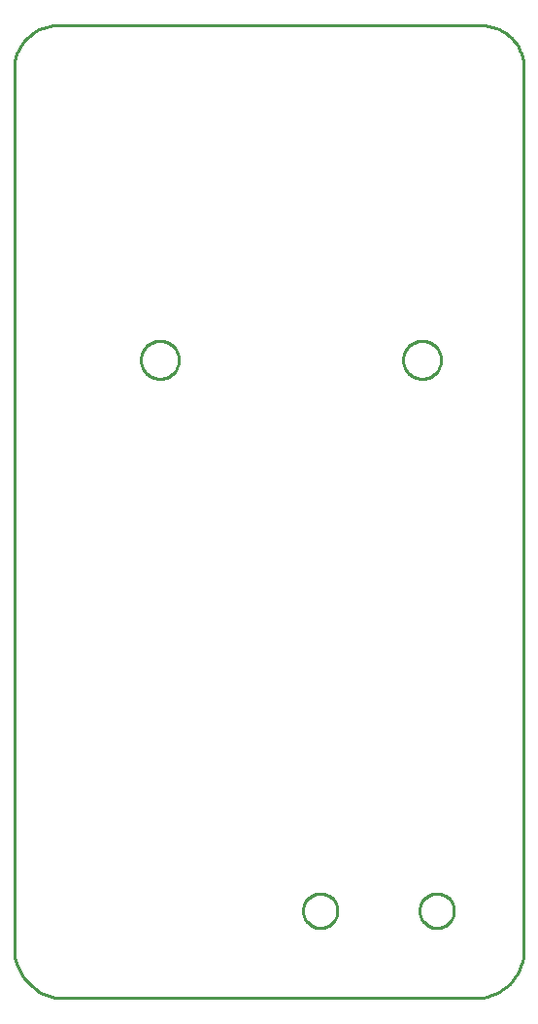
<source format=gbr>
G04 EAGLE Gerber RS-274X export*
G75*
%MOMM*%
%FSLAX34Y34*%
%LPD*%
%IN*%
%IPPOS*%
%AMOC8*
5,1,8,0,0,1.08239X$1,22.5*%
G01*
%ADD10C,0.254000*%


D10*
X0Y43360D02*
X165Y39581D01*
X659Y35831D01*
X1477Y32138D01*
X2615Y28530D01*
X4063Y25036D01*
X5809Y21680D01*
X7842Y18490D01*
X10144Y15489D01*
X12700Y12700D01*
X15489Y10144D01*
X18490Y7842D01*
X21680Y5809D01*
X25036Y4063D01*
X28530Y2615D01*
X32138Y1477D01*
X35831Y659D01*
X39581Y165D01*
X43360Y0D01*
X401281Y0D01*
X405031Y164D01*
X408752Y654D01*
X412415Y1466D01*
X415995Y2594D01*
X419462Y4031D01*
X422791Y5763D01*
X425956Y7780D01*
X428933Y10064D01*
X431700Y12600D01*
X434236Y15367D01*
X436520Y18344D01*
X438537Y21509D01*
X440269Y24838D01*
X441706Y28305D01*
X442834Y31885D01*
X443646Y35548D01*
X444136Y39269D01*
X444300Y43019D01*
X444300Y810370D01*
X444158Y813615D01*
X443734Y816835D01*
X443031Y820006D01*
X442055Y823104D01*
X440812Y826104D01*
X439312Y828985D01*
X437567Y831724D01*
X435590Y834301D01*
X433396Y836696D01*
X431001Y838890D01*
X428424Y840867D01*
X425685Y842612D01*
X422804Y844112D01*
X419804Y845355D01*
X416706Y846331D01*
X413535Y847034D01*
X410315Y847458D01*
X407070Y847600D01*
X37552Y847600D01*
X34279Y847457D01*
X31031Y847030D01*
X27833Y846320D01*
X24708Y845335D01*
X21682Y844082D01*
X18776Y842569D01*
X16013Y840809D01*
X13414Y838815D01*
X10999Y836601D01*
X8786Y834186D01*
X6791Y831587D01*
X5031Y828824D01*
X3518Y825918D01*
X2265Y822892D01*
X1280Y819767D01*
X571Y816569D01*
X143Y813321D01*
X0Y810048D01*
X0Y43360D01*
X251700Y76736D02*
X251776Y77804D01*
X251929Y78865D01*
X252157Y79912D01*
X252459Y80940D01*
X252833Y81944D01*
X253278Y82919D01*
X253792Y83859D01*
X254371Y84760D01*
X255013Y85618D01*
X255715Y86428D01*
X256472Y87185D01*
X257282Y87887D01*
X258140Y88529D01*
X259041Y89108D01*
X259981Y89622D01*
X260956Y90067D01*
X261960Y90441D01*
X262988Y90743D01*
X264035Y90971D01*
X265096Y91124D01*
X266164Y91200D01*
X267236Y91200D01*
X268304Y91124D01*
X269365Y90971D01*
X270412Y90743D01*
X271440Y90441D01*
X272444Y90067D01*
X273419Y89622D01*
X274359Y89108D01*
X275260Y88529D01*
X276118Y87887D01*
X276928Y87185D01*
X277685Y86428D01*
X278387Y85618D01*
X279029Y84760D01*
X279608Y83859D01*
X280122Y82919D01*
X280567Y81944D01*
X280941Y80940D01*
X281243Y79912D01*
X281471Y78865D01*
X281624Y77804D01*
X281700Y76736D01*
X281700Y75664D01*
X281624Y74596D01*
X281471Y73535D01*
X281243Y72488D01*
X280941Y71460D01*
X280567Y70456D01*
X280122Y69481D01*
X279608Y68541D01*
X279029Y67640D01*
X278387Y66782D01*
X277685Y65972D01*
X276928Y65215D01*
X276118Y64513D01*
X275260Y63871D01*
X274359Y63292D01*
X273419Y62778D01*
X272444Y62333D01*
X271440Y61959D01*
X270412Y61657D01*
X269365Y61429D01*
X268304Y61276D01*
X267236Y61200D01*
X266164Y61200D01*
X265096Y61276D01*
X264035Y61429D01*
X262988Y61657D01*
X261960Y61959D01*
X260956Y62333D01*
X259981Y62778D01*
X259041Y63292D01*
X258140Y63871D01*
X257282Y64513D01*
X256472Y65215D01*
X255715Y65972D01*
X255013Y66782D01*
X254371Y67640D01*
X253792Y68541D01*
X253278Y69481D01*
X252833Y70456D01*
X252459Y71460D01*
X252157Y72488D01*
X251929Y73535D01*
X251776Y74596D01*
X251700Y75664D01*
X251700Y76736D01*
X353300Y76736D02*
X353376Y77804D01*
X353529Y78865D01*
X353757Y79912D01*
X354059Y80940D01*
X354433Y81944D01*
X354878Y82919D01*
X355392Y83859D01*
X355971Y84760D01*
X356613Y85618D01*
X357315Y86428D01*
X358072Y87185D01*
X358882Y87887D01*
X359740Y88529D01*
X360641Y89108D01*
X361581Y89622D01*
X362556Y90067D01*
X363560Y90441D01*
X364588Y90743D01*
X365635Y90971D01*
X366696Y91124D01*
X367764Y91200D01*
X368836Y91200D01*
X369904Y91124D01*
X370965Y90971D01*
X372012Y90743D01*
X373040Y90441D01*
X374044Y90067D01*
X375019Y89622D01*
X375959Y89108D01*
X376860Y88529D01*
X377718Y87887D01*
X378528Y87185D01*
X379285Y86428D01*
X379987Y85618D01*
X380629Y84760D01*
X381208Y83859D01*
X381722Y82919D01*
X382167Y81944D01*
X382541Y80940D01*
X382843Y79912D01*
X383071Y78865D01*
X383224Y77804D01*
X383300Y76736D01*
X383300Y75664D01*
X383224Y74596D01*
X383071Y73535D01*
X382843Y72488D01*
X382541Y71460D01*
X382167Y70456D01*
X381722Y69481D01*
X381208Y68541D01*
X380629Y67640D01*
X379987Y66782D01*
X379285Y65972D01*
X378528Y65215D01*
X377718Y64513D01*
X376860Y63871D01*
X375959Y63292D01*
X375019Y62778D01*
X374044Y62333D01*
X373040Y61959D01*
X372012Y61657D01*
X370965Y61429D01*
X369904Y61276D01*
X368836Y61200D01*
X367764Y61200D01*
X366696Y61276D01*
X365635Y61429D01*
X364588Y61657D01*
X363560Y61959D01*
X362556Y62333D01*
X361581Y62778D01*
X360641Y63292D01*
X359740Y63871D01*
X358882Y64513D01*
X358072Y65215D01*
X357315Y65972D01*
X356613Y66782D01*
X355971Y67640D01*
X355392Y68541D01*
X354878Y69481D01*
X354433Y70456D01*
X354059Y71460D01*
X353757Y72488D01*
X353529Y73535D01*
X353376Y74596D01*
X353300Y75664D01*
X353300Y76736D01*
X372110Y555720D02*
X372039Y554641D01*
X371898Y553569D01*
X371687Y552509D01*
X371408Y551465D01*
X371060Y550441D01*
X370646Y549443D01*
X370168Y548473D01*
X369628Y547537D01*
X369027Y546638D01*
X368369Y545781D01*
X367657Y544968D01*
X366892Y544204D01*
X366079Y543491D01*
X365222Y542833D01*
X364323Y542232D01*
X363387Y541692D01*
X362417Y541214D01*
X361419Y540800D01*
X360395Y540452D01*
X359351Y540173D01*
X358291Y539962D01*
X357219Y539821D01*
X356140Y539750D01*
X355060Y539750D01*
X353981Y539821D01*
X352909Y539962D01*
X351849Y540173D01*
X350805Y540452D01*
X349781Y540800D01*
X348783Y541214D01*
X347813Y541692D01*
X346877Y542232D01*
X345978Y542833D01*
X345121Y543491D01*
X344308Y544204D01*
X343544Y544968D01*
X342831Y545781D01*
X342173Y546638D01*
X341572Y547537D01*
X341032Y548473D01*
X340554Y549443D01*
X340140Y550441D01*
X339792Y551465D01*
X339513Y552509D01*
X339302Y553569D01*
X339161Y554641D01*
X339090Y555720D01*
X339090Y556800D01*
X339161Y557879D01*
X339302Y558951D01*
X339513Y560011D01*
X339792Y561055D01*
X340140Y562079D01*
X340554Y563077D01*
X341032Y564047D01*
X341572Y564983D01*
X342173Y565882D01*
X342831Y566739D01*
X343544Y567552D01*
X344308Y568317D01*
X345121Y569029D01*
X345978Y569687D01*
X346877Y570288D01*
X347813Y570828D01*
X348783Y571306D01*
X349781Y571720D01*
X350805Y572068D01*
X351849Y572347D01*
X352909Y572558D01*
X353981Y572699D01*
X355060Y572770D01*
X356140Y572770D01*
X357219Y572699D01*
X358291Y572558D01*
X359351Y572347D01*
X360395Y572068D01*
X361419Y571720D01*
X362417Y571306D01*
X363387Y570828D01*
X364323Y570288D01*
X365222Y569687D01*
X366079Y569029D01*
X366892Y568317D01*
X367657Y567552D01*
X368369Y566739D01*
X369027Y565882D01*
X369628Y564983D01*
X370168Y564047D01*
X370646Y563077D01*
X371060Y562079D01*
X371408Y561055D01*
X371687Y560011D01*
X371898Y558951D01*
X372039Y557879D01*
X372110Y556800D01*
X372110Y555720D01*
X143510Y555720D02*
X143439Y554641D01*
X143298Y553569D01*
X143087Y552509D01*
X142808Y551465D01*
X142460Y550441D01*
X142046Y549443D01*
X141568Y548473D01*
X141028Y547537D01*
X140427Y546638D01*
X139769Y545781D01*
X139057Y544968D01*
X138292Y544204D01*
X137479Y543491D01*
X136622Y542833D01*
X135723Y542232D01*
X134787Y541692D01*
X133817Y541214D01*
X132819Y540800D01*
X131795Y540452D01*
X130751Y540173D01*
X129691Y539962D01*
X128619Y539821D01*
X127540Y539750D01*
X126460Y539750D01*
X125381Y539821D01*
X124309Y539962D01*
X123249Y540173D01*
X122205Y540452D01*
X121181Y540800D01*
X120183Y541214D01*
X119213Y541692D01*
X118277Y542232D01*
X117378Y542833D01*
X116521Y543491D01*
X115708Y544204D01*
X114944Y544968D01*
X114231Y545781D01*
X113573Y546638D01*
X112972Y547537D01*
X112432Y548473D01*
X111954Y549443D01*
X111540Y550441D01*
X111192Y551465D01*
X110913Y552509D01*
X110702Y553569D01*
X110561Y554641D01*
X110490Y555720D01*
X110490Y556800D01*
X110561Y557879D01*
X110702Y558951D01*
X110913Y560011D01*
X111192Y561055D01*
X111540Y562079D01*
X111954Y563077D01*
X112432Y564047D01*
X112972Y564983D01*
X113573Y565882D01*
X114231Y566739D01*
X114944Y567552D01*
X115708Y568317D01*
X116521Y569029D01*
X117378Y569687D01*
X118277Y570288D01*
X119213Y570828D01*
X120183Y571306D01*
X121181Y571720D01*
X122205Y572068D01*
X123249Y572347D01*
X124309Y572558D01*
X125381Y572699D01*
X126460Y572770D01*
X127540Y572770D01*
X128619Y572699D01*
X129691Y572558D01*
X130751Y572347D01*
X131795Y572068D01*
X132819Y571720D01*
X133817Y571306D01*
X134787Y570828D01*
X135723Y570288D01*
X136622Y569687D01*
X137479Y569029D01*
X138292Y568317D01*
X139057Y567552D01*
X139769Y566739D01*
X140427Y565882D01*
X141028Y564983D01*
X141568Y564047D01*
X142046Y563077D01*
X142460Y562079D01*
X142808Y561055D01*
X143087Y560011D01*
X143298Y558951D01*
X143439Y557879D01*
X143510Y556800D01*
X143510Y555720D01*
M02*

</source>
